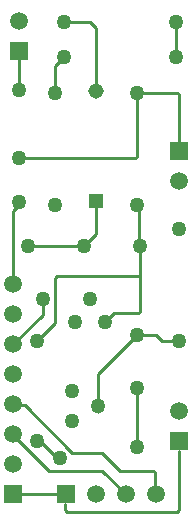
<source format=gtl>
G04*
G04 #@! TF.GenerationSoftware,Altium Limited,Altium Designer,21.6.4 (81)*
G04*
G04 Layer_Physical_Order=1*
G04 Layer_Color=255*
%FSLAX44Y44*%
%MOMM*%
G71*
G04*
G04 #@! TF.SameCoordinates,B57D2F8B-4A7A-4E61-A793-557B7A210965*
G04*
G04*
G04 #@! TF.FilePolarity,Positive*
G04*
G01*
G75*
%ADD12C,0.2540*%
%ADD13C,1.5000*%
%ADD14R,1.5000X1.5000*%
%ADD15C,1.3080*%
%ADD16R,1.3080X1.3080*%
%ADD17C,1.2700*%
%ADD18R,1.5000X1.5000*%
D12*
X65488Y7500D02*
X158512D01*
X64000Y8988D02*
X65488Y7500D01*
X64000Y8988D02*
Y14500D01*
X160000Y8988D02*
Y59500D01*
X158512Y7500D02*
X160000Y8988D01*
X157500Y65000D02*
X160000Y67500D01*
X155000Y62500D02*
X160000Y67500D01*
X64200Y22500D02*
X70000Y16700D01*
X160000Y312900D02*
Y361012D01*
X25000Y307500D02*
X123512D01*
X125000Y308988D02*
Y362500D01*
X123512Y307500D02*
X125000Y308988D01*
X90000Y242500D02*
Y271100D01*
X62500Y422500D02*
X85000D01*
X90000Y363900D02*
Y417500D01*
X85000Y422500D02*
X90000Y417500D01*
X157500Y392500D02*
Y422500D01*
Y392500D02*
X157500Y392500D01*
X55000Y385000D02*
X62500Y392500D01*
X55000Y362500D02*
Y385000D01*
X25000Y365000D02*
Y397500D01*
X44840Y174340D02*
Y187500D01*
X20000Y149500D02*
X44840Y174340D01*
X127500Y177365D02*
Y207500D01*
X126012Y175878D02*
X127500Y177365D01*
X105000Y175878D02*
X126012D01*
X97700Y168450D02*
Y168578D01*
X105000Y175878D01*
X55000Y206012D02*
X56488Y207500D01*
X127500D01*
X55000Y167500D02*
Y206012D01*
X40000Y152500D02*
X55000Y167500D01*
X32500Y232500D02*
X80000D01*
X90000Y242500D01*
X20000Y262251D02*
X25000Y267251D01*
X20000Y200300D02*
Y262251D01*
X25000Y267251D02*
Y270000D01*
X126250Y233750D02*
X127500Y232500D01*
X126250Y233750D02*
Y266250D01*
X125000Y267500D02*
X126250Y266250D01*
X127500Y207500D02*
Y232500D01*
X21022Y97678D02*
X29822D01*
X70000Y57500D01*
X95000D01*
X20000Y98700D02*
X21022Y97678D01*
X56868Y53132D02*
X59368D01*
X42500Y67500D02*
X56868Y53132D01*
X40000Y67500D02*
X42500D01*
X95000Y42500D02*
X115000Y22500D01*
X20000Y72500D02*
X50000Y42500D01*
X95000D01*
X91590Y124090D02*
X125000Y157500D01*
X91590Y92500D02*
Y124090D01*
X125000Y62500D02*
Y112500D01*
X95000Y57500D02*
X110000Y42500D01*
X138512D01*
X140000Y22900D02*
Y41012D01*
X138512Y42500D02*
X140000Y41012D01*
Y22900D02*
X140400Y22500D01*
X20000Y72500D02*
Y73300D01*
Y22500D02*
X57500D01*
X140972Y157500D02*
X145972Y152500D01*
X160000D01*
X125000Y157500D02*
X140972D01*
X158512Y362500D02*
X160000Y361012D01*
X125000Y362500D02*
X158512D01*
D13*
X160000Y92900D02*
D03*
Y287500D02*
D03*
X89600Y22500D02*
D03*
X115000D02*
D03*
X140400D02*
D03*
X20000Y200300D02*
D03*
Y174900D02*
D03*
Y149500D02*
D03*
Y124100D02*
D03*
Y98700D02*
D03*
Y73300D02*
D03*
Y47900D02*
D03*
X25000Y422900D02*
D03*
D14*
X160000Y67500D02*
D03*
Y312900D02*
D03*
X20000Y22500D02*
D03*
X25000Y397500D02*
D03*
D15*
X90000Y363900D02*
D03*
D16*
Y271100D02*
D03*
D17*
X97700Y168450D02*
D03*
X85000Y187500D02*
D03*
X72300Y168450D02*
D03*
X70000Y110200D02*
D03*
X91590Y97500D02*
D03*
X70000Y84800D02*
D03*
X127500Y232500D02*
D03*
X32500D02*
D03*
X125000Y62500D02*
D03*
Y157500D02*
D03*
Y362500D02*
D03*
Y267500D02*
D03*
X55000D02*
D03*
Y362500D02*
D03*
X62500Y422500D02*
D03*
X157500D02*
D03*
X157500Y392500D02*
D03*
X62500D02*
D03*
X25000Y365000D02*
D03*
Y270000D02*
D03*
X160000Y152500D02*
D03*
Y247500D02*
D03*
X25000Y307500D02*
D03*
X44840Y187500D02*
D03*
X40000Y152500D02*
D03*
X80000Y232500D02*
D03*
X40000Y67500D02*
D03*
X59368Y53132D02*
D03*
X125000Y112500D02*
D03*
D18*
X64200Y22500D02*
D03*
M02*

</source>
